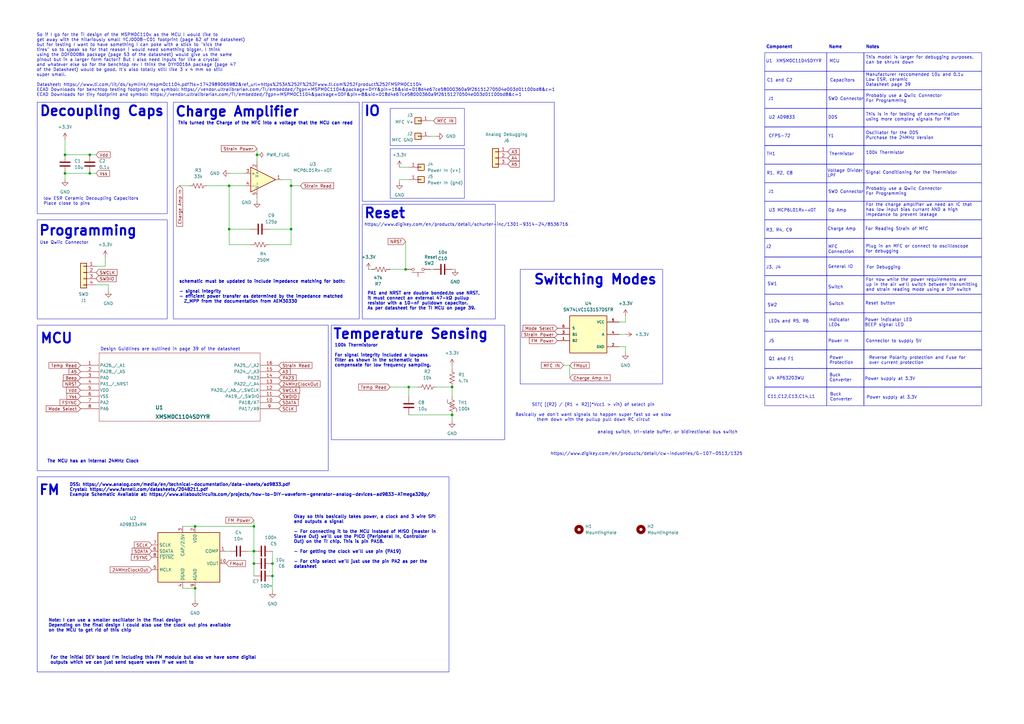
<source format=kicad_sch>
(kicad_sch (version 20250114) (generator "eeschema") (generator_version "9.0")
  (paper "A3")
  (lib_symbols
    (symbol "Amplifier_Operational:MCP6L01Rx-xOT" (pin_names (offset 0.127))
      (property "Reference" "U" (at 0 5.08 0))
      (property "Value" "MCP6L01Rx-xOT" (at 0 -5.08 0))
      (symbol "MCP6L01Rx-xOT_0_1"
        (polyline (pts (xy -5.08 5.08) (xy 5.08 0) (xy -5.08 -5.08) (xy -5.08 5.08)) (stroke (width 0.254)) (fill (type background)))
        (pin power_in line (at -2.54 7.62 270) (length 3.81) (name "V+") (number "2"))
        (pin power_in line (at -2.54 -7.62 90) (length 3.81) (name "V-") (number "5"))
      )
      (symbol "MCP6L01Rx-xOT_1_1"
        (pin input line (at -7.62 2.54 0) (length 2.54) (name "+") (number "3"))
        (pin input line (at -7.62 -2.54 0) (length 2.54) (name "-") (number "4"))
        (pin output line (at 7.62 0 180) (length 2.54) (name "~") (number "1"))
      )
    )
    (symbol "Connector_Generic:Conn_01x01" (pin_names (offset 1.016) (hide yes))
      (property "Reference" "J" (at 0 2.54 0))
      (property "Value" "Conn_01x01" (at 0 -2.54 0))
      (symbol "Conn_01x01_1_1"
        (rectangle (start -1.27 1.27) (end 1.27 -1.27) (stroke (width 0.254)) (fill (type background)))
        (rectangle (start -1.27 0.127) (end 0 -0.127) (stroke (width 0.1524)))
        (pin passive line (at -5.08 0 0) (length 3.81) (name "Pin_1") (number "1"))
      )
    )
    (symbol "Connector_Generic:Conn_01x03" (pin_names (offset 1.016) (hide yes))
      (property "Reference" "J" (at 0 5.08 0))
      (property "Value" "Conn_01x03" (at 0 -5.08 0))
      (symbol "Conn_01x03_1_1"
        (rectangle (start -1.27 3.81) (end 1.27 -3.81) (stroke (width 0.254)) (fill (type background)))
        (rectangle (start -1.27 2.667) (end 0 2.413) (stroke (width 0.1524)))
        (rectangle (start -1.27 0.127) (end 0 -0.127) (stroke (width 0.1524)))
        (rectangle (start -1.27 -2.413) (end 0 -2.667) (stroke (width 0.1524)))
        (pin passive line (at -5.08 2.54 0) (length 3.81) (name "Pin_1") (number "1"))
        (pin passive line (at -5.08 0 0) (length 3.81) (name "Pin_2") (number "2"))
        (pin passive line (at -5.08 -2.54 0) (length 3.81) (name "Pin_3") (number "3"))
      )
    )
    (symbol "Connector_Generic:Conn_01x04" (pin_names (offset 1.016) (hide yes))
      (property "Reference" "J" (at 0 5.08 0))
      (property "Value" "Conn_01x04" (at 0 -7.62 0))
      (symbol "Conn_01x04_1_1"
        (rectangle (start -1.27 3.81) (end 1.27 -6.35) (stroke (width 0.254)) (fill (type background)))
        (rectangle (start -1.27 2.667) (end 0 2.413) (stroke (width 0.1524)))
        (rectangle (start -1.27 0.127) (end 0 -0.127) (stroke (width 0.1524)))
        (rectangle (start -1.27 -2.413) (end 0 -2.667) (stroke (width 0.1524)))
        (rectangle (start -1.27 -4.953) (end 0 -5.207) (stroke (width 0.1524)))
        (pin passive line (at -5.08 2.54 0) (length 3.81) (name "Pin_1") (number "1"))
        (pin passive line (at -5.08 0 0) (length 3.81) (name "Pin_2") (number "2"))
        (pin passive line (at -5.08 -2.54 0) (length 3.81) (name "Pin_3") (number "3"))
        (pin passive line (at -5.08 -5.08 0) (length 3.81) (name "Pin_4") (number "4"))
      )
    )
    (symbol "Device:C" (pin_numbers (hide yes)) (pin_names (offset 0.254))
      (property "Reference" "C" (at 0.635 2.54 0))
      (property "Value" "C" (at 0.635 -2.54 0))
      (symbol "C_0_1"
        (polyline (pts (xy -2.032 0.762) (xy 2.032 0.762)) (stroke (width 0.508)))
        (polyline (pts (xy -2.032 -0.762) (xy 2.032 -0.762)) (stroke (width 0.508)))
      )
      (symbol "C_1_1"
        (pin passive line (at 0 3.81 270) (length 2.794) (name "~") (number "1"))
        (pin passive line (at 0 -3.81 90) (length 2.794) (name "~") (number "2"))
      )
    )
    (symbol "Device:R_US" (pin_numbers (hide yes)) (pin_names (offset 0))
      (property "Reference" "R" (at 2.54 0 90))
      (property "Value" "R_US" (at -2.54 0 90))
      (symbol "R_US_0_1"
        (polyline (pts (xy 0 2.286) (xy 0 2.54)))
        (polyline (pts (xy 0 2.286) (xy 1.016 1.905) (xy 0 1.524) (xy -1.016 1.143) (xy 0 0.762)))
        (polyline (pts (xy 0 0.762) (xy 1.016 0.381) (xy 0 0) (xy -1.016 -0.381) (xy 0 -0.762)))
        (polyline (pts (xy 0 -0.762) (xy 1.016 -1.143) (xy 0 -1.524) (xy -1.016 -1.905) (xy 0 -2.286)))
        (polyline (pts (xy 0 -2.286) (xy 0 -2.54)))
      )
      (symbol "R_US_1_1"
        (pin passive line (at 0 3.81 270) (length 1.27) (name "~") (number "1"))
        (pin passive line (at 0 -3.81 90) (length 1.27) (name "~") (number "2"))
      )
    )
    (symbol "Device:Thermistor_US" (pin_numbers (hide yes)) (pin_names (offset 0))
      (property "Reference" "TH" (at 2.54 1.27 90))
      (property "Value" "Thermistor_US" (at -2.54 0 90))
      (symbol "Thermistor_US_0_1"
        (polyline (pts (xy -1.905 2.54) (xy -1.905 1.27) (xy 1.905 -1.27)))
        (polyline (pts (xy 0 2.286) (xy 0 2.54)))
        (polyline (pts (xy 0 2.286) (xy 1.016 1.905) (xy 0 1.524) (xy -1.016 1.143) (xy 0 0.762)))
        (polyline (pts (xy 0 0.762) (xy 1.016 0.381) (xy 0 0) (xy -1.016 -0.381) (xy 0 -0.762)))
        (polyline (pts (xy 0 -0.762) (xy 1.016 -1.143) (xy 0 -1.524) (xy -1.016 -1.905) (xy 0 -2.286)))
        (polyline (pts (xy 0 -2.286) (xy 0 -2.54)))
        (polyline (pts (xy 1.905 -1.27) (xy 1.905 -2.54)))
      )
      (symbol "Thermistor_US_1_1"
        (pin passive line (at 0 3.81 270) (length 1.27) (name "~") (number "1"))
        (pin passive line (at 0 -3.81 90) (length 1.27) (name "~") (number "2"))
      )
    )
    (symbol "Interface:AD9833xRM"
      (property "Reference" "U" (at -12.7 11.43 0))
      (property "Value" "AD9833xRM" (at 5.08 11.43 0))
      (symbol "AD9833xRM_0_1"
        (rectangle (start -12.7 10.16) (end 12.7 -10.16) (stroke (width 0.254)) (fill (type background)))
      )
      (symbol "AD9833xRM_1_1"
        (pin input line (at -15.24 5.08 0) (length 2.54) (name "SCLK") (number "7"))
        (pin input line (at -15.24 2.54 0) (length 2.54) (name "SDATA") (number "6"))
        (pin input line (at -15.24 0 0) (length 2.54) (name "~{FSYNC}") (number "8"))
        (pin input line (at -15.24 -5.08 0) (length 2.54) (name "MCLK") (number "5"))
        (pin power_in line (at -2.54 12.7 270) (length 2.54) (name "CAP/2.5V") (number "3"))
        (pin power_in line (at -2.54 -12.7 90) (length 2.54) (name "DGND") (number "4"))
        (pin power_in line (at 2.54 12.7 270) (length 2.54) (name "VDD") (number "2"))
        (pin power_in line (at 2.54 -12.7 90) (length 2.54) (name "AGND") (number "9"))
        (pin passive line (at 15.24 2.54 180) (length 2.54) (name "COMP") (number "1"))
        (pin output line (at 15.24 -2.54 180) (length 2.54) (name "VOUT") (number "10"))
      )
    )
    (symbol "MSPM0C1104 DYY0016A:XMSM0C1104SDYYR" (pin_names (offset 0.254))
      (property "Reference" "U" (at 40.64 10.16 0))
      (property "Value" "XMSM0C1104SDYYR" (at 40.64 7.62 0))
      (symbol "XMSM0C1104SDYYR_0_1"
        (polyline (pts (xy 7.62 5.08) (xy 7.62 -22.86)) (stroke (width 0.127)))
        (polyline (pts (xy 7.62 -22.86) (xy 73.66 -22.86)) (stroke (width 0.127)))
        (polyline (pts (xy 73.66 5.08) (xy 7.62 5.08)) (stroke (width 0.127)))
        (polyline (pts (xy 73.66 -22.86) (xy 73.66 5.08)) (stroke (width 0.127)))
        (pin bidirectional line (at 0 0 0) (length 7.62) (name "PA26_/_A1") (number "1"))
        (pin bidirectional line (at 0 -2.54 0) (length 7.62) (name "PA28_/_A5") (number "2"))
        (pin bidirectional line (at 0 -5.08 0) (length 7.62) (name "PA0") (number "3"))
        (pin bidirectional line (at 0 -7.62 0) (length 7.62) (name "PA1_/_NRST") (number "4"))
        (pin power_in line (at 0 -10.16 0) (length 7.62) (name "VDD") (number "5"))
        (pin power_out line (at 0 -12.7 0) (length 7.62) (name "VSS") (number "6"))
        (pin bidirectional line (at 0 -15.24 0) (length 7.62) (name "PA2") (number "7"))
        (pin bidirectional line (at 0 -17.78 0) (length 7.62) (name "PA6") (number "8"))
        (pin bidirectional line (at 81.28 0 180) (length 7.62) (name "PA25_/_A2") (number "16"))
        (pin bidirectional line (at 81.28 -2.54 180) (length 7.62) (name "PA24_/_A3") (number "15"))
        (pin bidirectional line (at 81.28 -5.08 180) (length 7.62) (name "PA23") (number "14"))
        (pin bidirectional line (at 81.28 -7.62 180) (length 7.62) (name "PA22_/_A4") (number "13"))
        (pin bidirectional line (at 81.28 -10.16 180) (length 7.62) (name "PA20_/_A6_/_SWCLK") (number "12"))
        (pin bidirectional line (at 81.28 -12.7 180) (length 7.62) (name "PA19_/_SWDIO") (number "11"))
        (pin bidirectional line (at 81.28 -15.24 180) (length 7.62) (name "PA18/A7") (number "10"))
        (pin bidirectional line (at 81.28 -17.78 180) (length 7.62) (name "PA17/A9") (number "9"))
      )
    )
    (symbol "Mechanical:MountingHole" (pin_names (offset 1.016)) (in_bom no)
      (property "Reference" "H" (at 0 5.08 0))
      (property "Value" "MountingHole" (at 0 3.175 0))
      (symbol "MountingHole_0_1"
        (circle (center 0 0) (radius 1.27) (stroke (width 1.27)))
      )
    )
    (symbol "SN74LVC1G3157DSFR:SN74LVC1G3157DSFR" (pin_names (offset 1.016))
      (property "Reference" "U" (at -7.6386 8.9117 0))
      (property "Value" "SN74LVC1G3157DSFR" (at -7.6319 -11.4478 0))
      (symbol "SN74LVC1G3157DSFR_0_0"
        (rectangle (start -7.62 -7.62) (end 7.62 7.62) (stroke (width 0.254)) (fill (type background)))
        (pin input line (at -12.7 2.54 0) (length 5.08) (name "S") (number "6"))
        (pin bidirectional line (at -12.7 0 0) (length 5.08) (name "B1") (number "3"))
        (pin bidirectional line (at -12.7 -2.54 0) (length 5.08) (name "B2") (number "1"))
        (pin power_in line (at 12.7 5.08 180) (length 5.08) (name "VCC") (number "5"))
        (pin bidirectional line (at 12.7 0 180) (length 5.08) (name "A") (number "4"))
        (pin power_in line (at 12.7 -5.08 180) (length 5.08) (name "GND") (number "2"))
      )
    )
    (symbol "Switch:SW_Push" (pin_numbers (hide yes)) (pin_names (offset 1.016) (hide yes))
      (property "Reference" "SW" (at 1.27 2.54 0))
      (property "Value" "SW_Push" (at 0 -1.524 0))
      (symbol "SW_Push_0_1"
        (circle (center -2.032 0) (radius 0.508))
        (polyline (pts (xy 0 1.27) (xy 0 3.048)))
        (circle (center 2.032 0) (radius 0.508))
        (polyline (pts (xy 2.54 1.27) (xy -2.54 1.27)))
        (pin passive line (at -5.08 0 0) (length 2.54) (name "1") (number "1"))
        (pin passive line (at 5.08 0 180) (length 2.54) (name "2") (number "2"))
      )
    )
    (symbol "power:+3.3V" (power) (pin_names (offset 0))
      (property "Value" "+3.3V" (at 0 3.556 0))
      (symbol "+3.3V_0_1"
        (polyline (pts (xy -0.762 1.27) (xy 0 2.54)))
        (polyline (pts (xy 0 2.54) (xy 0.762 1.27)))
        (polyline (pts (xy 0 0) (xy 0 2.54)))
      )
      (symbol "+3.3V_1_1"
        (pin power_in line (at 0 0 90) (length 0) (hide yes) (name "+3.3V") (number "1"))
      )
    )
    (symbol "power:GND" (power) (pin_names (offset 0))
      (property "Value" "GND" (at 0 -3.81 0))
      (symbol "GND_0_1"
        (polyline (pts (xy 0 0) (xy 0 -1.27) (xy 1.27 -1.27) (xy 0 -2.54) (xy -1.27 -1.27) (xy 0 -1.27)))
      )
      (symbol "GND_1_1"
        (pin power_in line (at 0 0 270) (length 0) (hide yes) (name "GND") (number "1"))
      )
    )
    (symbol "power:PWR_FLAG" (power) (pin_numbers (hide yes)) (pin_names (offset 0) (hide yes))
      (property "Value" "PWR_FLAG" (at 0 3.81 0))
      (symbol "PWR_FLAG_0_0"
        (pin power_out line (at 0 0 90) (length 0) (name "pwr") (number "1"))
      )
      (symbol "PWR_FLAG_0_1"
        (polyline (pts (xy 0 0) (xy 0 1.27) (xy -1.016 1.905) (xy 0 2.54) (xy 1.016 1.905) (xy 0 1.27)))
      )
    )
  )
  (rectangle (start 339.09 74.93) (end 354.33 82.55))
  (rectangle (start 313.69 90.17) (end 339.09 97.79))
  (rectangle (start 15.24 41.91) (end 68.58 87.63))
  (rectangle (start 15.24 195.58) (end 184.15 275.59))
  (rectangle (start 339.09 158.75) (end 354.33 166.37))
  (rectangle (start 148.59 83.82) (end 203.2 130.81))
  (rectangle (start 339.09 90.17) (end 354.33 97.79))
  (rectangle (start 354.33 143.51) (end 402.59 151.13))
  (rectangle (start 313.69 59.69) (end 339.09 67.31))
  (rectangle (start 339.09 52.07) (end 354.33 59.69))
  (rectangle (start 313.69 29.21) (end 339.09 36.83))
  (rectangle (start 339.09 113.03) (end 354.33 120.65))
  (rectangle (start 354.33 29.21) (end 402.59 36.83))
  (rectangle (start 135.89 133.35) (end 207.01 180.34))
  (rectangle (start 339.09 36.83) (end 354.33 44.45))
  (rectangle (start 339.09 67.31) (end 354.33 74.93))
  (rectangle (start 354.33 158.75) (end 402.59 166.37))
  (rectangle (start 313.69 67.31) (end 339.09 74.93))
  (rectangle (start 354.33 128.27) (end 402.59 135.89))
  (rectangle (start 339.09 21.59) (end 354.33 29.21))
  (rectangle (start 354.33 67.31) (end 402.59 74.93))
  (rectangle (start 339.09 135.89) (end 354.33 143.51))
  (rectangle (start 15.24 133.35) (end 134.62 193.04))
  (rectangle (start 339.09 128.27) (end 354.33 135.89))
  (rectangle (start 354.33 97.79) (end 402.59 105.41))
  (rectangle (start 160.02 44.45) (end 190.5 59.69))
  (rectangle (start 339.09 105.41) (end 354.33 113.03))
  (rectangle (start 160.02 60.96) (end 190.5 81.28))
  (rectangle (start 354.33 135.89) (end 402.59 143.51))
  (rectangle (start 313.69 74.93) (end 339.09 82.55))
  (rectangle (start 313.69 113.03) (end 339.09 120.65))
  (rectangle (start 313.69 128.27) (end 339.09 135.89))
  (rectangle (start 354.33 44.45) (end 402.59 52.07))
  (rectangle (start 354.33 52.07) (end 402.59 59.69))
  (rectangle (start 313.69 21.59) (end 339.09 29.21))
  (rectangle (start 313.69 44.45) (end 339.09 52.07))
  (rectangle (start 71.12 41.91) (end 147.32 130.81))
  (rectangle (start 354.33 74.93) (end 402.59 82.55))
  (rectangle (start 313.69 151.13) (end 339.09 158.75))
  (rectangle (start 313.69 120.65) (end 339.09 128.27))
  (rectangle (start 313.69 105.41) (end 339.09 113.03))
  (rectangle (start 148.59 41.91) (end 227.33 82.55))
  (rectangle (start 354.33 36.83) (end 402.59 44.45))
  (rectangle (start 313.69 36.83) (end 339.09 44.45))
  (rectangle (start 354.33 105.41) (end 402.59 113.03))
  (rectangle (start 313.69 97.79) (end 339.09 105.41))
  (rectangle (start 339.09 120.65) (end 354.33 128.27))
  (rectangle (start 354.33 82.55) (end 402.59 90.17))
  (rectangle (start 313.69 52.07) (end 339.09 59.69))
  (rectangle (start 339.09 151.13) (end 354.33 158.75))
  (rectangle (start 339.09 29.21) (end 354.33 36.83))
  (rectangle (start 339.09 97.79) (end 354.33 105.41))
  (rectangle (start 354.33 113.03) (end 402.59 120.65))
  (rectangle (start 15.24 90.17) (end 68.58 130.81))
  (rectangle (start 339.09 44.45) (end 354.33 52.07))
  (rectangle (start 213.36 110.49) (end 271.78 157.48))
  (rectangle (start 313.69 158.75) (end 339.09 166.37))
  (rectangle (start 313.69 82.55) (end 339.09 90.17))
  (rectangle (start 354.33 59.69) (end 402.59 67.31))
  (rectangle (start 313.69 135.89) (end 339.09 143.51))
  (rectangle (start 354.33 21.59) (end 402.59 29.21))
  (rectangle (start 354.33 120.65) (end 402.59 128.27))
  (rectangle (start 339.09 143.51) (end 354.33 151.13))
  (rectangle (start 339.09 59.69) (end 354.33 67.31))
  (rectangle (start 354.33 151.13) (end 402.59 158.75))
  (rectangle (start 313.69 143.51) (end 339.09 151.13))
  (rectangle (start 354.33 90.17) (end 402.59 97.79))
  (rectangle (start 339.09 82.55) (end 354.33 90.17))
  (text "J1" (at 316.23 40.64 0) (effects (font (size 1.27 1.27))))
  (text "J3, J4" (at 314.198 109.728 0) (effects (font (size 1.27 1.27)) (justify left)))
  (text "TH1" (at 316.23 63.246 0) (effects (font (size 1.27 1.27))))
  (text "J5" (at 315.214 139.954 0) (effects (font (size 1.27 1.27)) (justify left)))
  (text "U1" (at 315.468 25.146 0) (effects (font (size 1.27 1.27))))
  (text "Buck \nConverter" (at 340.36 162.814 0) (effects (font (size 1.27 1.27)) (justify left)))
  (text "DDS" (at 339.598 48.26 0) (effects (font (size 1.27 1.27)) (justify left)))
  (text "For the initial DEV board I'm including this FM module but also we have some digital\noutputs which we can just send square waves if we want to" (at 20.574 270.764 0) (effects (font (size 1.27 1.27) (thickness 0.254) (bold yes)) (justify left)))
  (text "Notes" (at 355.092 19.304 0) (effects (font (size 1.27 1.27) (thickness 0.254) (bold yes)) (justify left)))
  (text "Power supply at 3.3V" (at 355.346 163.068 0) (effects (font (size 1.27 1.27)) (justify left)))
  (text "Charge Amp" (at 339.344 93.98 0) (effects (font (size 1.27 1.27)) (justify left)))
  (text "Design Guidlines are outlined in page 39 of the datasheet" (at 69.85 143.256 0) (effects (font (size 1.27 1.27))))
  (text "Note: I can use a smaller oscillator in the final design\nDepending on the final design I could also use the clock out pins available\non the MCU to get rid of this chip" (at 19.812 256.54 0) (effects (font (size 1.27 1.27) (thickness 0.254) (bold yes)) (justify left)))
  (text "Switch" (at 339.598 117.856 0) (effects (font (size 1.27 1.27)) (justify left)))
  (text "low ESR Ceramic Decoupling Capacitors\nPlace close to pins" (at 17.78 82.55 0) (effects (font (size 1.27 1.27)) (justify left)))
  (text "Buck \nConverter" (at 340.106 154.94 0) (effects (font (size 1.27 1.27)) (justify left)))
  (text "C1 and C2" (at 319.786 33.02 0) (effects (font (size 1.27 1.27))))
  (text "For the charge amplifier we need an IC that \nhas low input bias currant AND a high \nimpedance to prevent leakage" (at 355.092 86.106 0) (effects (font (size 1.27 1.27)) (justify left)))
  (text "Power indicator LED\nBEEP signal LED" (at 354.584 132.334 0) (effects (font (size 1.27 1.27)) (justify left)))
  (text "Temperature Sensing" (at 136.398 139.446 0) (effects (font (size 4 4) (thickness 0.8) (bold yes)) (justify left bottom)))
  (text "Plug in an MFC or connect to oscilloscope\nfor debugging" (at 355.092 102.108 0) (effects (font (size 1.27 1.27)) (justify left)))
  (text "Voltage Divider\nLPF" (at 339.344 71.12 0) (effects (font (size 1.27 1.27)) (justify left)))
  (text "U4 AP63203WU" (at 314.96 155.194 0) (effects (font (size 1.27 1.27)) (justify left)))
  (text "General IO" (at 339.598 109.474 0) (effects (font (size 1.27 1.27)) (justify left)))
  (text "Power\nProtection" (at 340.106 147.828 0) (effects (font (size 1.27 1.27)) (justify left)))
  (text "analog switch, tri-state buffer, or bidirectional bus switch\n" (at 273.812 177.292 0) (effects (font (size 1.27 1.27))))
  (text "Probably use a Qwiic Connector\nFor Programming" (at 355.092 40.386 0) (effects (font (size 1.27 1.27)) (justify left)))
  (text "For now while the power requirements are\nup in the air we'll switch between transmitting\nand strain reading mode using a DIP switch" (at 355.092 116.84 0) (effects (font (size 1.27 1.27)) (justify left)))
  (text "Programming" (at 15.748 97.028 0) (effects (font (size 4 4) (thickness 0.8) (bold yes)) (justify left bottom)))
  (text "U2 AD9833" (at 315.214 48.26 0) (effects (font (size 1.27 1.27)) (justify left)))
  (text "Charge Amplifier" (at 71.628 48.26 0) (effects (font (size 4 4) (thickness 0.8) (bold yes)) (justify left bottom)))
  (text "Manufacturer reccomended 10u and 0.1u\nLow ESR, ceramic\nDatasheet page 39" (at 355.092 32.766 0) (effects (font (size 1.27 1.27)) (justify left)))
  (text "This turned the Charge of the MFC into a voltage that the MCU can read" (at 72.898 50.546 0) (effects (font (size 1.27 1.27) (thickness 0.254) (bold yes)) (justify left)))
  (text "schematic must be updated to include impedance matching for both:\n\n- signal integrity\n- efficient power transfer as determined by the impedance matched \n  Z_MPP from the documentation from AEM30330" (at 73.406 124.46 0) (effects (font (size 1.27 1.27) (bold yes)) (justify left bottom)))
  (text "Switching Modes\n" (at 218.694 117.094 0) (effects (font (size 4 4) (thickness 0.8) (bold yes)) (justify left bottom)))
  (text "Name" (at 339.852 19.304 0) (effects (font (size 1.27 1.27) (thickness 0.254) (bold yes)) (justify left)))
  (text "Power In" (at 339.598 139.954 0) (effects (font (size 1.27 1.27)) (justify left)))
  (text "IO" (at 149.098 48.006 0) (effects (font (size 4 4) (thickness 0.8) (bold yes)) (justify left bottom)))
  (text "Y1" (at 339.598 55.88 0) (effects (font (size 1.27 1.27)) (justify left)))
  (text "C11,C12,C13,C14,L1" (at 314.706 162.814 0) (effects (font (size 1.27 1.27)) (justify left)))
  (text "Power supply at 3.3V" (at 354.584 155.448 0) (effects (font (size 1.27 1.27)) (justify left)))
  (text "J2" (at 315.214 101.346 0) (effects (font (size 1.27 1.27))))
  (text "Decoupling Caps" (at 16.002 48.006 0) (effects (font (size 4 4) (thickness 0.8) (bold yes)) (justify left bottom)))
  (text "Capacitors" (at 340.36 33.02 0) (effects (font (size 1.27 1.27)) (justify left)))
  (text "Connector to supply 5V" (at 355.092 139.954 0) (effects (font (size 1.27 1.27)) (justify left)))
  (text "Use Qwiic Connector" (at 16.256 99.568 0) (effects (font (size 1.27 1.27) (thickness 0.1588)) (justify left)))
  (text "SET( [(R2) / (R1 + R2)]*Vcc1 > vih) of select pin\n\nBasically we don't want signals to happen super fast so we slow\nthem down with the pullup pull down RC circut" (at 243.332 169.164 0) (effects (font (size 1.27 1.27))))
  (text "Component" (at 314.198 19.304 0) (effects (font (size 1.27 1.27) (thickness 0.254) (bold yes)) (justify left)))
  (text "CFPS-72" (at 315.214 55.88 0) (effects (font (size 1.27 1.27)) (justify left)))
  (text "This is in for testing of communication\nusing more complex signals for FM" (at 355.092 48.006 0) (effects (font (size 1.27 1.27)) (justify left)))
  (text "MCU" (at 340.106 25.146 0) (effects (font (size 1.27 1.27)) (justify left)))
  (text "MCU" (at 16.256 141.224 0) (effects (font (size 4 4) (thickness 0.8) (bold yes)) (justify left bottom)))
  (text "For Reading Strain of MFC" (at 354.838 93.98 0) (effects (font (size 1.27 1.27)) (justify left)))
  (text "This model is larger for debugging purposes, \ncan be shrunk down" (at 355.092 24.638 0) (effects (font (size 1.27 1.27)) (justify left)))
  (text "100k Thermistor" (at 355.092 62.738 0) (effects (font (size 1.27 1.27)) (justify left)))
  (text "Reset\n" (at 149.098 89.916 0) (effects (font (size 4 4) (thickness 0.8) (bold yes)) (justify left bottom)))
  (text "Q1 and F1" (at 315.214 147.32 0) (effects (font (size 1.27 1.27)) (justify left)))
  (text "Oscillator for the DDS\nPurchase the 24MHz Version" (at 355.092 55.626 0) (effects (font (size 1.27 1.27)) (justify left)))
  (text "SW2" (at 314.706 125.222 0) (effects (font (size 1.27 1.27)) (justify left)))
  (text "The MCU has an internal 24MHz Clock" (at 19.304 189.23 0) (effects (font (size 1.27 1.27) (thickness 0.254) (bold yes)) (justify left)))
  (text "https://www.digikey.com/en/products/detail/schurter-inc/1301-9314-24/8536716" (at 191.262 92.202 0) (effects (font (size 1.27 1.27))))
  (text "J1" (at 316.23 78.74 0) (effects (font (size 1.27 1.27))))
  (text "MFC \nConnection" (at 339.598 102.362 0) (effects (font (size 1.27 1.27)) (justify left)))
  (text "U3 MCP6L01Rx-xOT" (at 315.214 86.36 0) (effects (font (size 1.27 1.27)) (justify left)))
  (text "FM" (at 15.748 203.454 0) (effects (font (size 4 4) (thickness 0.8) (bold yes)) (justify left bottom)))
  (text "Op Amp" (at 339.598 86.36 0) (effects (font (size 1.27 1.27)) (justify left)))
  (text "Indicator\nLEDs" (at 339.852 132.334 0) (effects (font (size 1.27 1.27)) (justify left)))
  (text "R3, R4, C9" (at 319.532 94.488 0) (effects (font (size 1.27 1.27))))
  (text "Thermistor" (at 340.106 63.246 0) (effects (font (size 1.27 1.27)) (justify left)))
  (text "So if I go for the TI design of the MSPM0C110x as the MCU I would like to\nget away with the hilariously small YCJ0008-C01 footprint (page 62 of the datasheet)\nbut for testing I want to have something I can poke with a stick to \"kick the\ntires\" so to speak so for that reason i would need something bigger. I think\nusing the DDF0008A package (page 53 of the datasheet) would give us the same \npinout but in a larger form factor? But I also need inputs for like a crystal\nand whatever else so for the benchtop rev I think the DYY0016A package (page 47 \nof the Datasheet) would be good. It's also totally still like 3 x 4 mm so still \nsuper small. \n\nDatasheet: https://www.ti.com/lit/ds/symlink/mspm0c1104.pdf?ts=1742989065982&ref_url=https%253A%252F%252Fwww.ti.com%252Fproduct%252FMSPM0C1104\nECAD Downloads for benchtop testing footprint and symbol: https://vendor.ultralibrarian.com/TI/embedded/?gpn=MSPM0C1104&package=DYY&pin=16&sid=018d4e67ce58000360a9f26151270504e003d01100bd8&c=1\nECAD Downloads for tiny footprint and symbol: https://vendor.ultralibrarian.com/TI/embedded/?gpn=MSPM0C1104&package=DDF&pin=8&sid=018d4e67ce58000360a9f26151270504e003d01100bd8&c=1" (at 14.986 26.67 0) (effects (font (size 1.27 1.27)) (justify left)))
  (text "Reverse Polarity protection and Fuse for \nover current protection" (at 356.362 147.828 0) (effects (font (size 1.27 1.27)) (justify left)))
  (text "https://www.digikey.com/en/products/detail/cw-industries/G-107-0513/1325" (at 265.176 186.182 0) (effects (font (size 1.27 1.27))))
  (text "SWD Connector" (at 339.598 40.64 0) (effects (font (size 1.27 1.27)) (justify left)))
  (text "R1, R2, C8" (at 319.786 71.12 0) (effects (font (size 1.27 1.27))))
  (text "Probably use a Qwiic Connector\nFor Programming" (at 355.092 78.486 0) (effects (font (size 1.27 1.27)) (justify left)))
  (text "PA1 and NRST are double bonded.to use NRST, \nit must connect an external 47-kΩ pullup \nresistor with a 10-nF pulldown capacitor. \nAs per datasheet for the TI MCU on page 39." (at 150.622 123.444 0) (effects (font (size 1.27 1.27) (thickness 0.254) (bold yes)) (justify left)))
  (text "Reset button" (at 354.838 124.46 0) (effects (font (size 1.27 1.27)) (justify left)))
  (text "100k Thermistoror\n\nFor signal integrity included a lowpass\nfilter as shown in the schematic to \ncompensate for low frequency sampling." (at 137.16 150.622 0) (effects (font (size 1.27 1.27) (bold yes)) (justify left bottom)))
  (text "SWD Connector" (at 339.598 78.74 0) (effects (font (size 1.27 1.27)) (justify left)))
  (text "Signal Conditioning for the Thermistor" (at 355.092 70.866 0) (effects (font (size 1.27 1.27)) (justify left)))
  (text "For Debugging" (at 355.346 109.728 0) (effects (font (size 1.27 1.27)) (justify left)))
  (text "DSS: https://www.analog.com/media/en/technical-documentation/data-sheets/ad9833.pdf\nCrystal: https://www.farnell.com/datasheets/2048211.pdf\nExample Schematic Available at: https://www.allaboutcircuits.com/projects/how-to-DIY-waveform-generator-analog-devices-ad9833-ATmega328p/" (at 28.448 200.914 0) (effects (font (size 1.27 1.27) (thickness 0.254) (bold yes)) (justify left)))
  (text "XMSM0C1104SDYYR" (at 327.66 25.146 0) (effects (font (size 1.27 1.27))))
  (text "Switch" (at 339.852 124.714 0) (effects (font (size 1.27 1.27)) (justify left)))
  (text "LEDs and R5, R6" (at 315.214 131.826 0) (effects (font (size 1.27 1.27)) (justify left)))
  (text "Okay so this basically takes power, a clock and 3 wire SPI \nand outputs a signal\n\n- For connecting it to the MCU instead of MISO (master in \nSlave Out) we'll use the PICO (Peripheral In, Controller \nOut) on the TI chip. This is pin PA18.\n\n- For getting the clock we'll use pin (PA19)\n\n- For chip select we'll just use the pin PA2 as per the\ndatasheet" (at 120.396 222.25 0) (effects (font (size 1.27 1.27) (thickness 0.254) (bold yes)) (justify left)))
  (text "SW1" (at 314.706 116.586 0) (effects (font (size 1.27 1.27)) (justify left)))
  (junction (at 80.01 241.3))
  (junction (at 80.01 215.9))
  (junction (at 111.76 231.14))
  (junction (at 26.67 71.12))
  (junction (at 26.67 63.5))
  (junction (at 36.83 71.12))
  (junction (at 93.98 93.98))
  (junction (at 104.14 215.9))
  (junction (at 104.14 226.06))
  (junction (at 104.14 231.14))
  (junction (at 119.38 76.2))
  (junction (at 185.42 158.75))
  (junction (at 36.83 63.5))
  (junction (at 105.41 63.5))
  (junction (at 111.76 236.22))
  (junction (at 166.37 110.49))
  (junction (at 93.98 76.2))
  (junction (at 119.38 93.98))
  (junction (at 185.42 170.18))
  (junction (at 167.64 158.75))
  (wire (pts (xy 39.37 63.5) (xy 36.83 63.5)))
  (wire (pts (xy 256.54 142.24) (xy 256.54 144.78)))
  (wire (pts (xy 39.37 109.22) (xy 43.18 109.22)))
  (wire (pts (xy 167.64 68.58) (xy 163.83 68.58)))
  (wire (pts (xy 119.38 73.66) (xy 115.57 73.66)))
  (wire (pts (xy 39.37 71.12) (xy 36.83 71.12)))
  (wire (pts (xy 80.01 215.9) (xy 104.14 215.9)))
  (wire (pts (xy 93.98 100.33) (xy 93.98 93.98)))
  (wire (pts (xy 185.42 158.75) (xy 185.42 162.56)))
  (wire (pts (xy 167.64 73.66) (xy 163.83 73.66)))
  (wire (pts (xy 85.09 76.2) (xy 93.98 76.2)))
  (wire (pts (xy 254 142.24) (xy 256.54 142.24)))
  (wire (pts (xy 93.98 71.12) (xy 100.33 71.12)))
  (wire (pts (xy 119.38 73.66) (xy 119.38 76.2)))
  (wire (pts (xy 119.38 93.98) (xy 119.38 100.33)))
  (wire (pts (xy 93.98 76.2) (xy 100.33 76.2)))
  (wire (pts (xy 93.98 93.98) (xy 93.98 76.2)))
  (wire (pts (xy 26.67 71.12) (xy 36.83 71.12)))
  (wire (pts (xy 74.93 215.9) (xy 80.01 215.9)))
  (wire (pts (xy 254 137.16) (xy 256.54 137.16)))
  (wire (pts (xy 119.38 76.2) (xy 119.38 93.98)))
  (wire (pts (xy 167.64 170.18) (xy 185.42 170.18)))
  (wire (pts (xy 92.71 226.06) (xy 93.98 226.06)))
  (wire (pts (xy 93.98 93.98) (xy 102.87 93.98)))
  (wire (pts (xy 111.76 231.14) (xy 111.76 236.22)))
  (wire (pts (xy 26.67 57.15) (xy 26.67 63.5)))
  (wire (pts (xy 105.41 82.55) (xy 105.41 81.28)))
  (wire (pts (xy 179.07 158.75) (xy 185.42 158.75)))
  (wire (pts (xy 163.83 73.66) (xy 163.83 74.93)))
  (wire (pts (xy 160.02 158.75) (xy 167.64 158.75)))
  (wire (pts (xy 233.68 149.86) (xy 233.68 154.94)))
  (wire (pts (xy 160.02 110.49) (xy 166.37 110.49)))
  (wire (pts (xy 167.64 158.75) (xy 171.45 158.75)))
  (wire (pts (xy 104.14 213.36) (xy 104.14 215.9)))
  (wire (pts (xy 43.18 109.22) (xy 43.18 105.41)))
  (wire (pts (xy 256.54 132.08) (xy 256.54 129.54)))
  (wire (pts (xy 39.37 116.84) (xy 44.45 116.84)))
  (wire (pts (xy 73.66 76.2) (xy 77.47 76.2)))
  (wire (pts (xy 104.14 226.06) (xy 101.6 226.06)))
  (wire (pts (xy 26.67 71.12) (xy 26.67 73.66)))
  (wire (pts (xy 102.87 100.33) (xy 93.98 100.33)))
  (wire (pts (xy 185.42 110.49) (xy 186.69 110.49)))
  (wire (pts (xy 185.42 170.18) (xy 185.42 172.72)))
  (wire (pts (xy 151.13 110.49) (xy 152.4 110.49)))
  (wire (pts (xy 74.93 241.3) (xy 80.01 241.3)))
  (wire (pts (xy 111.76 236.22) (xy 111.76 242.57)))
  (wire (pts (xy 123.19 76.2) (xy 119.38 76.2)))
  (wire (pts (xy 166.37 110.49) (xy 166.37 99.06)))
  (wire (pts (xy 80.01 241.3) (xy 80.01 246.38)))
  (wire (pts (xy 231.14 149.86) (xy 233.68 149.86)))
  (wire (pts (xy 254 132.08) (xy 256.54 132.08)))
  (wire (pts (xy 104.14 215.9) (xy 104.14 226.06)))
  (wire (pts (xy 176.53 49.53) (xy 177.8 49.53)))
  (wire (pts (xy 104.14 226.06) (xy 104.14 231.14)))
  (wire (pts (xy 104.14 231.14) (xy 104.14 236.22)))
  (wire (pts (xy 110.49 93.98) (xy 119.38 93.98)))
  (wire (pts (xy 176.53 55.88) (xy 179.07 55.88)))
  (wire (pts (xy 105.41 60.96) (xy 105.41 63.5)))
  (wire (pts (xy 119.38 100.33) (xy 110.49 100.33)))
  (wire (pts (xy 26.67 63.5) (xy 36.83 63.5)))
  (wire (pts (xy 185.42 151.13) (xy 185.42 149.86)))
  (wire (pts (xy 111.76 226.06) (xy 111.76 231.14)))
  (wire (pts (xy 167.64 158.75) (xy 167.64 162.56)))
  (wire (pts (xy 176.53 110.49) (xy 177.8 110.49)))
  (wire (pts (xy 105.41 63.5) (xy 105.41 66.04)))
  (wire (pts (xy 44.45 116.84) (xy 44.45 119.38)))
  (global_label "Vss" (shape input) (at 39.37 71.12 0) (property "Intersheetrefs" "${INTERSHEET_REFS}" (effects (hide yes))))
  (global_label "SWCLK" (shape input) (at 39.37 111.76 0) (effects (font (thickness 0.1588))) (property "Intersheetrefs" "${INTERSHEET_REFS}" (effects (hide yes))))
  (global_label "Mode Select" (shape input) (at 228.6 134.62 180) (effects (font (thickness 0.1588))) (property "Intersheetrefs" "${INTERSHEET_REFS}" (effects (hide yes))))
  (global_label "A5" (shape input) (at 33.02 152.4 180) (effects (font (thickness 0.1588))) (property "Intersheetrefs" "${INTERSHEET_REFS}" (effects (hide yes))))
  (global_label "SDATA" (shape input) (at 62.23 226.06 180) (property "Intersheetrefs" "${INTERSHEET_REFS}" (effects (hide yes))))
  (global_label "Vdd" (shape input) (at 39.37 63.5 0) (property "Intersheetrefs" "${INTERSHEET_REFS}" (effects (hide yes))))
  (global_label "FSYNC" (shape input) (at 62.23 228.6 180) (property "Intersheetrefs" "${INTERSHEET_REFS}" (effects (hide yes))))
  (global_label "FMout" (shape input) (at 92.71 231.14 0) (property "Intersheetrefs" "${INTERSHEET_REFS}" (effects (hide yes))))
  (global_label "SCLK" (shape input) (at 114.3 167.64 0) (property "Intersheetrefs" "${INTERSHEET_REFS}" (effects (hide yes))))
  (global_label "SWDIO" (shape input) (at 39.37 114.3 0) (effects (font (thickness 0.1588))) (property "Intersheetrefs" "${INTERSHEET_REFS}" (effects (hide yes))))
  (global_label "FM Power" (shape input) (at 228.6 139.7 180) (property "Intersheetrefs" "${INTERSHEET_REFS}" (effects (hide yes))))
  (global_label "A4" (shape input) (at 208.28 64.77 0) (effects (font (thickness 0.1588))) (property "Intersheetrefs" "${INTERSHEET_REFS}" (effects (hide yes))))
  (global_label "SWCLK" (shape input) (at 114.3 160.02 0) (effects (font (thickness 0.1588))) (property "Intersheetrefs" "${INTERSHEET_REFS}" (effects (hide yes))))
  (global_label "24MHzClockOut" (shape input) (at 114.3 157.48 0) (property "Intersheetrefs" "${INTERSHEET_REFS}" (effects (hide yes))))
  (global_label "Strain Read" (shape input) (at 114.3 149.86 0) (effects (font (thickness 0.1588))) (property "Intersheetrefs" "${INTERSHEET_REFS}" (effects (hide yes))))
  (global_label "Vss" (shape input) (at 33.02 162.56 180) (property "Intersheetrefs" "${INTERSHEET_REFS}" (effects (hide yes))))
  (global_label "FMout" (shape input) (at 233.68 149.86 0) (property "Intersheetrefs" "${INTERSHEET_REFS}" (effects (hide yes))))
  (global_label "SDATA" (shape input) (at 114.3 165.1 0) (property "Intersheetrefs" "${INTERSHEET_REFS}" (effects (hide yes))))
  (global_label "PA23" (shape input) (at 114.3 154.94 0) (effects (font (thickness 0.1588))) (property "Intersheetrefs" "${INTERSHEET_REFS}" (effects (hide yes))))
  (global_label "NRST" (shape input) (at 166.37 99.06 180) (effects (font (thickness 0.1588))) (property "Intersheetrefs" "${INTERSHEET_REFS}" (effects (hide yes))))
  (global_label "FM Power" (shape input) (at 104.14 213.36 180) (property "Intersheetrefs" "${INTERSHEET_REFS}" (effects (hide yes))))
  (global_label "FSYNC" (shape input) (at 33.02 165.1 180) (property "Intersheetrefs" "${INTERSHEET_REFS}" (effects (hide yes))))
  (global_label "A5" (shape input) (at 208.28 67.31 0) (effects (font (thickness 0.1588))) (property "Intersheetrefs" "${INTERSHEET_REFS}" (effects (hide yes))))
  (global_label "Mode Select" (shape input) (at 33.02 167.64 180) (effects (font (thickness 0.1588))) (property "Intersheetrefs" "${INTERSHEET_REFS}" (effects (hide yes))))
  (global_label "MFC IN" (shape input) (at 231.14 149.86 180) (effects (font (thickness 0.1588))) (property "Intersheetrefs" "${INTERSHEET_REFS}" (effects (hide yes))))
  (global_label "24MHzClockOut" (shape input) (at 62.23 233.68 180) (property "Intersheetrefs" "${INTERSHEET_REFS}" (effects (hide yes))))
  (global_label "NRST" (shape input) (at 33.02 157.48 180) (effects (font (thickness 0.1588))) (property "Intersheetrefs" "${INTERSHEET_REFS}" (effects (hide yes))))
  (global_label "Temp Read" (shape input) (at 160.02 158.75 180) (effects (font (thickness 0.1588))) (property "Intersheetrefs" "${INTERSHEET_REFS}" (effects (hide yes))))
  (global_label "Beep" (shape input) (at 33.02 154.94 180) (effects (font (thickness 0.1588))) (property "Intersheetrefs" "${INTERSHEET_REFS}" (effects (hide yes))))
  (global_label "MFC IN" (shape input) (at 177.8 49.53 0) (effects (font (thickness 0.1588))) (property "Intersheetrefs" "${INTERSHEET_REFS}" (effects (hide yes))))
  (global_label "A3" (shape input) (at 208.28 62.23 0) (effects (font (thickness 0.1588))) (property "Intersheetrefs" "${INTERSHEET_REFS}" (effects (hide yes))))
  (global_label "Charge Amp In" (shape input) (at 73.66 76.2 270) (property "Intersheetrefs" "${INTERSHEET_REFS}" (effects (hide yes))))
  (global_label "Charge Amp In" (shape input) (at 233.68 154.94 0) (property "Intersheetrefs" "${INTERSHEET_REFS}" (effects (hide yes))))
  (global_label "A3" (shape input) (at 114.3 152.4 0) (effects (font (thickness 0.1588))) (property "Intersheetrefs" "${INTERSHEET_REFS}" (effects (hide yes))))
  (global_label "SCLK" (shape input) (at 62.23 223.52 180) (property "Intersheetrefs" "${INTERSHEET_REFS}" (effects (hide yes))))
  (global_label "Temp Read" (shape input) (at 33.02 149.86 180) (effects (font (thickness 0.1588))) (property "Intersheetrefs" "${INTERSHEET_REFS}" (effects (hide yes))))
  (global_label "Strain Power" (shape input) (at 228.6 137.16 180) (effects (font (thickness 0.1588))) (property "Intersheetrefs" "${INTERSHEET_REFS}" (effects (hide yes))))
  (global_label "Vdd" (shape input) (at 33.02 160.02 180) (property "Intersheetrefs" "${INTERSHEET_REFS}" (effects (hide yes))))
  (global_label "SWDIO" (shape input) (at 114.3 162.56 0) (effects (font (thickness 0.1588))) (property "Intersheetrefs" "${INTERSHEET_REFS}" (effects (hide yes))))
  (global_label "Strain Power" (shape input) (at 105.41 60.96 180) (effects (font (thickness 0.1588))) (property "Intersheetrefs" "${INTERSHEET_REFS}" (effects (hide yes))))
  (global_label "Strain Read" (shape input) (at 123.19 76.2 0) (effects (font (thickness 0.1588))) (property "Intersheetrefs" "${INTERSHEET_REFS}" (effects (hide yes))))
  (symbol (lib_id "power:GND") (at 93.98 71.12 270) (unit 1)
    (property "Reference" "#PWR13" (effects (hide yes)))
    (property "Value" "GND" (at 90.17 71.12 90) (effects (justify right)))
  )
  (symbol (lib_id "power:GND") (at 105.41 82.55 0) (unit 1)
    (property "Reference" "#PWR15" (effects (hide yes)))
    (property "Value" "GND" (at 101.092 83.058 0))
  )
  (symbol (lib_id "SN74LVC1G3157DSFR:SN74LVC1G3157DSFR") (at 241.3 137.16 0) (unit 1)
    (property "Reference" "U4" (at 241.3 124.46 0))
    (property "Value" "SN74LVC1G3157DSFR" (at 241.3 127 0))
    (property "Footprint" "Analog Switch - SN74LVC1G3157DSFR:SON35P100X100X40-6N" (effects (hide yes)))
    (property "PARTREV" "M" (effects (hide yes)))
    (property "STANDARD" "IPC-7351B" (effects (hide yes)))
    (property "MAXIMUM_PACKAGE_HEIGHT" "0.4 mm" (effects (hide yes)))
    (property "MANUFACTURER" "Texas Instruments" (effects (hide yes)))
  )
  (symbol (lib_id "Amplifier_Operational:MCP6L01Rx-xOT") (at 107.95 73.66 0) (unit 1)
    (property "Reference" "U3" (at 128.27 67.31 0))
    (property "Value" "MCP6L01Rx-xOT" (at 128.27 69.85 0))
    (property "Footprint" "Package_TO_SOT_SMD:SOT-23-5" (effects (hide yes)))
    (property "Datasheet" "http://ww1.microchip.com/downloads/en/devicedoc/22140b.pdf" (effects (hide yes)))
  )
  (symbol (lib_id "Connector_Generic:Conn_01x03") (at 203.2 64.77 0) (mirror y) (unit 1)
    (property "Reference" "J6" (at 207.772 57.658 0))
    (property "Value" "Analog Debugging" (at 207.772 55.118 0))
    (property "Footprint" "Connector_PinSocket_2.54mm:PinSocket_1x03_P2.54mm_Vertical" (effects (hide yes)))
    (property "Description" "Generic connector, single row, 01x03, script generated (kicad-library-utils/schlib/autogen/connector/)" (effects (hide yes)))
  )
  (symbol (lib_id "Device:R_US") (at 106.68 100.33 90) (unit 1)
    (property "Reference" "R4" (at 107.95 104.14 90))
    (property "Value" "250M" (at 107.95 106.68 90))
    (property "Footprint" "Resistor_SMD:R_0402_1005Metric" (effects (hide yes)))
  )
  (symbol (lib_id "Device:R_US") (at 81.28 76.2 90) (unit 1)
    (property "Reference" "R3" (at 81.28 69.85 90))
    (property "Value" "33k" (at 81.28 72.39 90))
    (property "Footprint" "Resistor_SMD:R_0201_0603Metric" (effects (hide yes)))
  )
  (symbol (lib_id "Connector_Generic:Conn_01x01") (at 172.72 68.58 0) (unit 1)
    (property "Reference" "J4" (at 175.26 67.3099 0) (effects (justify left)))
    (property "Value" "Power In (v+)" (at 175.26 69.8499 0) (effects (justify left)))
    (property "Footprint" "TestPoint:TestPoint_Pad_2.0x2.0mm" (effects (hide yes)))
    (property "Description" "Generic connector, single row, 01x01, script generated (kicad-library-utils/schlib/autogen/connector/)" (effects (hide yes)))
  )
  (symbol (lib_id "MSPM0C1104 DYY0016A:XMSM0C1104SDYYR") (at 33.02 149.86 0) (unit 1)
    (property "Reference" "U1" (at 63.5 167.132 0) (effects (font (size 1.524 1.524) (thickness 0.3048) (bold yes)) (justify left)))
    (property "Value" "XMSM0C1104SDYYR" (at 63.5 170.942 0) (effects (font (size 1.524 1.524) (thickness 0.3048) (bold yes)) (justify left)))
    (property "Footprint" "MSMP0:SOT-23-THIN16_DYY_TEX" (effects (hide yes)))
    (property "Datasheet" "XMSM0C1104SDYYR" (effects (hide yes)))
  )
  (symbol (lib_id "Device:C") (at 97.79 226.06 90) (unit 1)
    (property "Reference" "C4" (at 97.79 218.44 90))
    (property "Value" "10n" (at 97.79 220.98 90))
    (property "Footprint" "Capacitor_SMD:C_0201_0603Metric" (effects (hide yes)))
    (property "Description" "Unpolarized capacitor" (effects (hide yes)))
  )
  (symbol (lib_id "Device:C") (at 107.95 236.22 90) (unit 1)
    (property "Reference" "C7" (at 104.902 238.506 90))
    (property "Value" "100n" (at 109.22 240.284 90))
    (property "Footprint" "Capacitor_SMD:C_0201_0603Metric" (effects (hide yes)))
    (property "Description" "Unpolarized capacitor" (effects (hide yes)))
  )
  (symbol (lib_id "power:GND") (at 26.67 73.66 0) (unit 1)
    (property "Reference" "#PWR4" (effects (hide yes)))
    (property "Value" "GND" (at 26.67 78.74 0))
    (property "Description" "Power symbol creates a global label with name \"GND\" , ground" (effects (hide yes)))
  )
  (symbol (lib_id "Connector_Generic:Conn_01x01") (at 172.72 73.66 0) (unit 1)
    (property "Reference" "J5" (at 175.26 72.3899 0) (effects (justify left)))
    (property "Value" "Power In (gnd)" (at 175.26 74.9299 0) (effects (justify left)))
    (property "Footprint" "TestPoint:TestPoint_Pad_2.0x2.0mm" (effects (hide yes)))
    (property "Description" "Generic connector, single row, 01x01, script generated (kicad-library-utils/schlib/autogen/connector/)" (effects (hide yes)))
  )
  (symbol (lib_id "power:GND") (at 163.83 74.93 0) (unit 1)
    (property "Reference" "#PWR018" (effects (hide yes)))
    (property "Value" "GND" (at 163.83 80.01 0))
    (property "Description" "Power symbol creates a global label with name \"GND\" , ground" (effects (hide yes)))
  )
  (symbol (lib_id "Device:C") (at 181.61 110.49 270) (unit 1)
    (property "Reference" "C10" (at 183.515 106.0451 90) (effects (justify right)))
    (property "Value" "10n" (at 183.515 103.5051 90) (effects (justify right)))
    (property "Footprint" "Capacitor_SMD:C_0805_2012Metric" (effects (hide yes)))
    (property "Description" "Unpolarized capacitor" (effects (hide yes)))
  )
  (symbol (lib_id "Device:C") (at 167.64 166.37 180) (unit 1)
    (property "Reference" "C8" (at 171.45 165.0999 0) (effects (justify right)))
    (property "Value" "10u" (at 171.45 167.6399 0) (effects (justify right)))
    (property "Footprint" "Capacitor_SMD:C_0402_1005Metric" (effects (hide yes)))
    (property "Description" "Unpolarized capacitor" (effects (hide yes)))
  )
  (symbol (lib_id "Interface:AD9833xRM") (at 77.47 228.6 0) (unit 1)
    (property "Reference" "U2" (at 54.61 212.598 0))
    (property "Value" "AD9833xRM" (at 54.61 215.138 0))
    (property "Footprint" "Package_SO:MSOP-10_3x3mm_P0.5mm" (effects (hide yes)))
    (property "Datasheet" "https://www.analog.com/media/en/technical-documentation/data-sheets/ad9833.pdf" (effects (hide yes)))
  )
  (symbol (lib_id "power:GND") (at 44.45 119.38 0) (unit 1)
    (property "Reference" "#PWR6" (effects (hide yes)))
    (property "Value" "GND" (at 44.45 124.46 0))
    (property "Description" "Power symbol creates a global label with name \"GND\" , ground" (effects (hide yes)))
  )
  (symbol (lib_id "Mechanical:MountingHole") (at 262.89 217.17 0) (unit 1) (in_bom no)
    (property "Reference" "H2" (at 265.43 215.8999 0) (effects (justify left)))
    (property "Value" "MountingHole" (at 265.43 218.4399 0) (effects (justify left)))
    (property "Footprint" "MountingHole:MountingHole_2.2mm_M2_Pad_Via" (effects (hide yes)))
    (property "Description" "Mounting Hole without connection" (effects (hide yes)))
  )
  (symbol (lib_id "Device:C") (at 36.83 67.31 0) (unit 1)
    (property "Reference" "C2" (at 40.64 66.0399 0) (effects (justify left)))
    (property "Value" "0.1u" (at 40.64 68.5799 0) (effects (justify left)))
    (property "Footprint" "Capacitor_SMD:C_0201_0603Metric" (effects (hide yes)))
    (property "Description" "Unpolarized capacitor" (effects (hide yes)))
  )
  (symbol (lib_id "Device:C") (at 107.95 226.06 270) (unit 1)
    (property "Reference" "C5" (at 113.538 223.012 90) (effects (justify right)))
    (property "Value" "100n" (at 113.538 220.472 90) (effects (justify right)))
    (property "Footprint" "Capacitor_SMD:C_0201_0603Metric" (effects (hide yes)))
    (property "Description" "Unpolarized capacitor" (effects (hide yes)))
  )
  (symbol (lib_id "Connector_Generic:Conn_01x04") (at 34.29 111.76 0) (mirror y) (unit 1)
    (property "Reference" "J1" (at 34.29 123.19 0))
    (property "Value" "SWD" (at 34.29 120.65 0))
    (property "Footprint" "Connector_PinHeader_2.54mm:PinHeader_1x04_P2.54mm_Vertical" (effects (hide yes)))
    (property "Description" "Generic connector, single row, 01x04, script generated (kicad-library-utils/schlib/autogen/connector/)" (effects (hide yes)))
  )
  (symbol (lib_id "power:GND") (at 80.01 246.38 0) (unit 1)
    (property "Reference" "#PWR8" (effects (hide yes)))
    (property "Value" "GND" (at 80.01 251.46 0))
  )
  (symbol (lib_id "Mechanical:MountingHole") (at 237.49 217.17 0) (unit 1) (in_bom no)
    (property "Reference" "H1" (at 240.03 215.8999 0) (effects (justify left)))
    (property "Value" "MountingHole" (at 240.03 218.4399 0) (effects (justify left)))
    (property "Footprint" "MountingHole:MountingHole_2.2mm_M2_Pad_Via" (effects (hide yes)))
    (property "Description" "Mounting Hole without connection" (effects (hide yes)))
  )
  (symbol (lib_id "Connector_Generic:Conn_01x01") (at 171.45 55.88 180) (unit 1)
    (property "Reference" "J2" (at 168.148 54.864 0))
    (property "Value" "MFC GND" (at 165.1 57.404 0))
    (property "Footprint" "TestPoint:TestPoint_Pad_2.0x2.0mm" (effects (hide yes)))
    (property "Description" "Generic connector, single row, 01x01, script generated (kicad-library-utils/schlib/autogen/connector/)" (effects (hide yes)))
  )
  (symbol (lib_id "power:GND") (at 111.76 242.57 0) (unit 1)
    (property "Reference" "#PWR10" (effects (hide yes)))
    (property "Value" "GND" (at 111.76 247.65 0))
  )
  (symbol (lib_id "power:GND") (at 179.07 55.88 90) (unit 1)
    (property "Reference" "#PWR16" (effects (hide yes)))
    (property "Value" "GND" (at 182.88 55.8799 90) (effects (justify right)))
  )
  (symbol (lib_id "power:+3.3V") (at 151.13 110.49 0) (unit 1)
    (property "Reference" "#PWR20" (effects (hide yes)))
    (property "Value" "+3.3V" (at 151.13 105.41 0))
    (property "Description" "Power symbol creates a global label with name \"+3.3V\"" (effects (hide yes)))
  )
  (symbol (lib_id "power:+3.3V") (at 256.54 129.54 0) (unit 1)
    (property "Reference" "#PWR07" (effects (hide yes)))
    (property "Value" "+3.3V" (at 256.54 124.46 0))
    (property "Description" "Power symbol creates a global label with name \"+3.3V\"" (effects (hide yes)))
  )
  (symbol (lib_id "Connector_Generic:Conn_01x01") (at 171.45 49.53 180) (unit 1)
    (property "Reference" "J3" (at 168.148 47.244 0))
    (property "Value" "MFC V+" (at 165.862 50.038 0))
    (property "Footprint" "TestPoint:TestPoint_Pad_2.0x2.0mm" (effects (hide yes)))
    (property "Description" "Generic connector, single row, 01x01, script generated (kicad-library-utils/schlib/autogen/connector/)" (effects (hide yes)))
  )
  (symbol (lib_id "power:GND") (at 186.69 110.49 0) (unit 1)
    (property "Reference" "#PWR21" (effects (hide yes)))
    (property "Value" "GND" (at 186.69 115.57 0))
  )
  (symbol (lib_id "Device:Thermistor_US") (at 185.42 166.37 180) (unit 1)
    (property "Reference" "TH1" (at 187.96 165.0999 0) (effects (justify right)))
    (property "Value" "100k" (at 187.96 167.6399 0) (effects (justify right)))
    (property "Footprint" "Resistor_SMD:R_0402_1005Metric" (effects (hide yes)))
    (property "Description" "Thermistor, temperature dependent resistor, US symbol" (effects (hide yes)))
  )
  (symbol (lib_id "power:GND") (at 256.54 144.78 0) (unit 1)
    (property "Reference" "#PWR012" (effects (hide yes)))
    (property "Value" "GND" (at 256.54 149.86 0))
  )
  (symbol (lib_id "power:PWR_FLAG") (at 105.41 63.5 270) (unit 1)
    (property "Reference" "#FLG1" (effects (hide yes)))
    (property "Value" "PWR_FLAG" (at 109.22 63.5 90) (effects (justify left)))
  )
  (symbol (lib_id "Device:R_US") (at 175.26 158.75 90) (unit 1)
    (property "Reference" "R2" (at 175.26 152.4 90))
    (property "Value" "10k" (at 175.26 154.94 90))
    (property "Footprint" "Resistor_SMD:R_0201_0603Metric" (effects (hide yes)))
    (property "Description" "Resistor, US symbol" (effects (hide yes)))
  )
  (symbol (lib_id "Device:C") (at 106.68 93.98 90) (unit 1)
    (property "Reference" "C9" (at 111.252 88.392 90))
    (property "Value" "125p" (at 111.252 90.932 90))
    (property "Footprint" "Capacitor_SMD:C_0201_0603Metric" (effects (hide yes)))
  )
  (symbol (lib_id "power:GND") (at 185.42 172.72 0) (unit 1)
    (property "Reference" "#PWR11" (effects (hide yes)))
    (property "Value" "GND" (at 185.42 177.8 0))
  )
  (symbol (lib_id "Switch:SW_Push") (at 171.45 110.49 180) (unit 1)
    (property "Reference" "SW2" (at 173.99 107.9501 0) (effects (justify right)))
    (property "Value" "Reset" (at 173.99 105.4101 0) (effects (justify right)))
    (property "Footprint" "footprints:SW_B3F-1000_OMR" (effects (hide yes)))
    (property "Description" "Push button switch, generic, two pins" (effects (hide yes)))
  )
  (symbol (lib_id "power:+3.3V") (at 185.42 149.86 0) (unit 1)
    (property "Reference" "#PWR3" (effects (hide yes)))
    (property "Value" "+3.3V" (at 185.42 144.78 0))
    (property "Description" "Power symbol creates a global label with name \"+3.3V\"" (effects (hide yes)))
  )
  (symbol (lib_id "power:+3.3V") (at 43.18 105.41 0) (unit 1)
    (property "Reference" "#PWR5" (effects (hide yes)))
    (property "Value" "+3.3V" (at 43.18 100.33 0))
    (property "Description" "Power symbol creates a global label with name \"+3.3V\"" (effects (hide yes)))
  )
  (symbol (lib_id "Device:C") (at 26.67 67.31 0) (unit 1)
    (property "Reference" "C1" (at 30.48 66.0399 0) (effects (justify left)))
    (property "Value" "10u" (at 30.48 68.5799 0) (effects (justify left)))
    (property "Footprint" "Capacitor_SMD:C_0402_1005Metric" (effects (hide yes)))
    (property "Description" "Unpolarized capacitor" (effects (hide yes)))
  )
  (symbol (lib_id "Device:R_US") (at 156.21 110.49 90) (unit 1)
    (property "Reference" "R7" (at 155.067 116.459 90))
    (property "Value" "47k" (at 155.067 113.919 90))
    (property "Footprint" "Resistor_SMD:R_0805_2012Metric" (effects (hide yes)))
  )
  (symbol (lib_id "Device:R_US") (at 185.42 154.94 0) (unit 1)
    (property "Reference" "R1" (at 187.96 153.6699 0) (effects (justify left)))
    (property "Value" "4.7k" (at 187.96 156.2099 0) (effects (justify left)))
    (property "Footprint" "Resistor_SMD:R_0201_0603Metric" (effects (hide yes)))
    (property "Description" "Resistor, US symbol" (effects (hide yes)))
  )
  (symbol (lib_id "power:+3.3V") (at 163.83 68.58 0) (unit 1)
    (property "Reference" "#PWR017" (effects (hide yes)))
    (property "Value" "+3.3V" (at 163.83 63.5 0))
    (property "Description" "Power symbol creates a global label with name \"+3.3V\"" (effects (hide yes)))
  )
  (symbol (lib_id "Device:C") (at 107.95 231.14 270) (unit 1)
    (property "Reference" "C6" (at 116.84 232.156 90) (effects (justify right)))
    (property "Value" "10u" (at 116.84 229.616 90) (effects (justify right)))
    (property "Footprint" "Capacitor_SMD:C_0402_1005Metric" (effects (hide yes)))
    (property "Description" "Unpolarized capacitor" (effects (hide yes)))
  )
  (symbol (lib_id "power:+3.3V") (at 256.54 137.16 270) (unit 1)
    (property "Reference" "#PWR019" (effects (hide yes)))
    (property "Value" "+3.3V" (at 260.35 137.1599 90) (effects (justify left)))
    (property "Description" "Power symbol creates a global label with name \"+3.3V\"" (effects (hide yes)))
  )
  (symbol (lib_id "power:+3.3V") (at 26.67 57.15 0) (unit 1)
    (property "Reference" "#PWR2" (effects (hide yes)))
    (property "Value" "+3.3V" (at 26.67 52.07 0))
    (property "Description" "Power symbol creates a global label with name \"+3.3V\"" (effects (hide yes)))
  )
)
</source>
